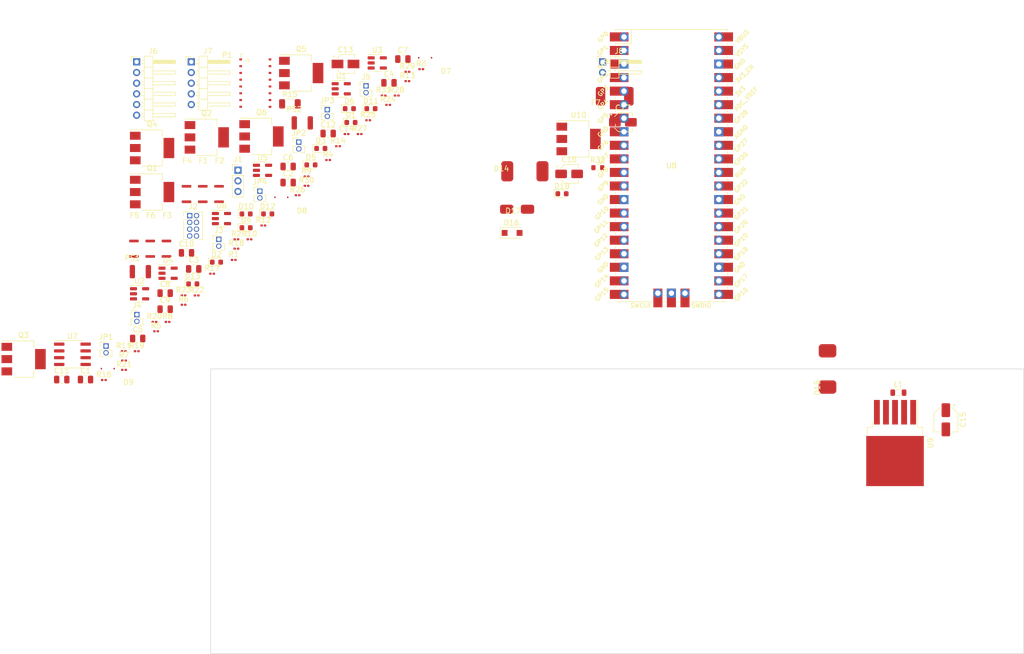
<source format=kicad_pcb>
(kicad_pcb (version 20211014) (generator pcbnew)
  (layers (0 "F.Cu" signal) (31 "B.Cu" signal) (34 "B.Paste" user) (35 "F.Paste" user) (36 "B.SilkS" user "B.Silkscreen") (37 "F.SilkS" user "F.Silkscreen") (38 "B.Mask" user) (39 "F.Mask" user) (44 "Edge.Cuts" user))
  (net 0 "")
  (net 1 "+5V")
  (net 2 "GND")
  (net 3 "Net-(C15-Pad1)")
  (net 4 "+3V3")
  (net 5 "Net-(D1-Pad2)")
  (net 6 "Net-(D2-Pad2)")
  (net 7 "Net-(D3-Pad2)")
  (net 8 "Net-(D4-Pad2)")
  (net 9 "Net-(D5-Pad2)")
  (net 10 "Net-(D6-Pad2)")
  (net 11 "Net-(D7-Pad2)")
  (net 12 "Net-(D8-Pad2)")
  (net 13 "/DIN0")
  (net 14 "Net-(D10-Pad2)")
  (net 15 "/DIN1")
  (net 16 "Net-(D11-Pad2)")
  (net 17 "/DIN2")
  (net 18 "Net-(D12-Pad2)")
  (net 19 "/DIN3")
  (net 20 "Net-(D13-Pad2)")
  (net 21 "+24V")
  (net 22 "Net-(D14-Pad2)")
  (net 23 "VBUS")
  (net 24 "Net-(D18-Pad2)")
  (net 25 "/OUT2")
  (net 26 "Net-(F1-Pad2)")
  (net 27 "/OUT3")
  (net 28 "Net-(F2-Pad2)")
  (net 29 "/OUT4")
  (net 30 "Net-(F3-Pad2)")
  (net 31 "/OUT5")
  (net 32 "Net-(F4-Pad2)")
  (net 33 "/OUT0")
  (net 34 "Net-(F5-Pad2)")
  (net 35 "/OUT1")
  (net 36 "Net-(F6-Pad2)")
  (net 37 "Net-(J1-Pad1)")
  (net 38 "Net-(J1-Pad2)")
  (net 39 "Net-(J1-Pad3)")
  (net 40 "/GPIO0")
  (net 41 "/GPIO1")
  (net 42 "/GPIO2")
  (net 43 "/GPIO3")
  (net 44 "/GPIO4")
  (net 45 "/GPIO5")
  (net 46 "/GPIO6")
  (net 47 "/GPIO7")
  (net 48 "/IN0")
  (net 49 "/IN1")
  (net 50 "/IN2")
  (net 51 "/IN3")
  (net 52 "/COM")
  (net 53 "Net-(JP1-Pad1)")
  (net 54 "/RS485_DIR")
  (net 55 "Net-(JP2-Pad2)")
  (net 56 "Net-(JP3-Pad1)")
  (net 57 "Net-(JP4-Pad1)")
  (net 58 "Net-(D15-Pad)")
  (net 59 "Net-(P1-Pad1)")
  (net 60 "Net-(P1-Pad3)")
  (net 61 "Net-(P1-Pad5)")
  (net 62 "Net-(P1-Pad7)")
  (net 63 "Net-(Q1-Pad1)")
  (net 64 "Net-(Q2-Pad1)")
  (net 65 "Net-(Q3-Pad1)")
  (net 66 "Net-(Q4-Pad1)")
  (net 67 "Net-(Q5-Pad1)")
  (net 68 "Net-(Q6-Pad1)")
  (net 69 "/RS485_TX")
  (net 71 "/DOUT2")
  (net 73 "/DOUT3")
  (net 75 "/DOUT4")
  (net 78 "/DOUT0")
  (net 80 "/DOUT1")
  (net 81 "/RS485_RX")
  (net 83 "/DOUT5")
  (footprint "Package_SO:SOIC-8_3.9x4.9mm_P1.27mm" (layer "F.Cu") (at 50.295 75.995)
    (fp_text reference "U7" (at 0 -3.4) (layer "F.SilkS"))
    (fp_text value "MAX3072E")
    (pad "1" smd roundrect (at -2.475 -1.905) (size 1.95 0.6) (layers "F.Cu" "F.Paste" "F.Mask") (net 81 "/RS485_RX"))
    (pad "2" smd roundrect (at -2.475 -0.635) (size 1.95 0.6) (layers "F.Cu" "F.Paste" "F.Mask") (net 53 "Net-(JP1-Pad1)"))
    (pad "3" smd roundrect (at -2.475 0.635) (size 1.95 0.6) (layers "F.Cu" "F.Paste" "F.Mask") (net 54 "/RS485_DIR"))
    (pad "4" smd roundrect (at -2.475 1.905) (size 1.95 0.6) (layers "F.Cu" "F.Paste" "F.Mask") (net 69 "/RS485_TX"))
    (pad "5" smd roundrect (at 2.475 1.905) (size 1.95 0.6) (layers "F.Cu" "F.Paste" "F.Mask") (net 2 "GND"))
    (pad "6" smd roundrect (at 2.475 0.635) (size 1.95 0.6) (layers "F.Cu" "F.Paste" "F.Mask") (net 11 "Net-(D7-Pad2)"))
    (pad "7" smd roundrect (at 2.475 -0.635) (size 1.95 0.6) (layers "F.Cu" "F.Paste" "F.Mask") (net 12 "Net-(D8-Pad2)"))
    (pad "8" smd roundrect (at 2.475 -1.905) (size 1.95 0.6) (layers "F.Cu" "F.Paste" "F.Mask") (net 1 "+5V"))
  )
  (footprint "Package_TO_SOT_SMD:SOT-223" (layer "F.Cu") (at 41.145 76.895)
    (fp_text reference "Q3" (at 0 -4.5) (layer "F.SilkS"))
    (fp_text value "FQT13N06L")
    (pad "1" smd rect (at -3.15 -2.3) (size 2 1.5) (layers "F.Cu" "F.Paste" "F.Mask") (net 65 "Net-(Q3-Pad1)"))
    (pad "2" smd rect (at -3.15 0) (size 2 1.5) (layers "F.Cu" "F.Paste" "F.Mask") (net 2 "GND"))
    (pad "3" smd rect (at -3.15 2.3) (size 2 1.5) (layers "F.Cu" "F.Paste" "F.Mask") (net 30 "Net-(F3-Pad2)"))
    (pad "4" smd rect (at 3.15 0) (size 2 3.8) (layers "F.Cu" "F.Paste" "F.Mask"))
  )
  (footprint "Resistor_SMD:R_0201_0603Metric" (layer "F.Cu") (at 98.225 39.585)
    (fp_text reference "R4" (at 0 -1.05) (layer "F.SilkS"))
    (fp_text value "330")
    (pad "1" smd roundrect (at -0.32 0) (size 0.46 0.4) (layers "F.Cu" "F.Mask") (net 8 "Net-(D4-Pad2)"))
    (pad "2" smd roundrect (at 0.32 0) (size 0.46 0.4) (layers "F.Cu" "F.Mask") (net 66 "Net-(Q4-Pad1)"))
  )
  (footprint "Connector_PinHeader_1.27mm:PinHeader_1x02_P1.27mm_Vertical" (layer "F.Cu") (at 105.325 25.685)
    (fp_text reference "J5" (at 0 -1.695) (layer "F.SilkS"))
    (fp_text value "Conn_02x01")
    (pad "1" thru_hole rect (at 0 0) (size 1 1) (drill 0.65) (layers *.Cu *.Mask) (net 4 "+3V3"))
    (pad "2" thru_hole oval (at 0 1.27) (size 1 1) (drill 0.65) (layers *.Cu *.Mask) (net 4 "+3V3"))
  )
  (footprint "piaalib:USMF020" (layer "F.Cu") (at 91.875 32.625)
    (fp_text reference "PS2" (at 0 -2.54 unlocked) (layer "F.SilkS"))
    (fp_text value "USMF020")
    (pad "1" smd roundrect (at 0 0) (size 1 2.5) (layers "F.Cu" "F.Paste" "F.Mask"))
    (pad "2" smd roundrect (at 3 0) (size 1 2.5) (layers "F.Cu" "F.Paste" "F.Mask"))
  )
  (footprint "Resistor_SMD:R_0201_0603Metric" (layer "F.Cu") (at 94.175 44.415)
    (fp_text reference "R30" (at 0 -1.05) (layer "F.SilkS"))
    (fp_text value "4.7k")
    (pad "1" smd roundrect (at -0.32 0) (size 0.46 0.4) (layers "F.Cu" "F.Mask") (net 50 "/IN2"))
    (pad "2" smd roundrect (at 0.32 0) (size 0.46 0.4) (layers "F.Cu" "F.Mask") (net 52 "/COM"))
  )
  (footprint "piaalib:PTS12066V100" (layer "F.Cu") (at 61.925 50.46)
    (fp_text reference "F5" (at 0 -0.5 unlocked) (layer "F.SilkS"))
    (fp_text value "PTS12066V100")
    (pad "1" smd roundrect (at -0.1 4.3) (size 1.8 0.5) (layers "F.Cu" "F.Paste" "F.Mask") (net 33 "/OUT0"))
    (pad "2" smd roundrect (at -0.1 7.2) (size 1.8 0.5) (layers "F.Cu" "F.Paste" "F.Mask") (net 34 "Net-(F5-Pad2)"))
  )
  (footprint "Resistor_SMD:R_0201_0603Metric" (layer "F.Cu") (at 108.625 27.495)
    (fp_text reference "R31" (at 0 -1.05) (layer "F.SilkS"))
    (fp_text value "4.7k")
    (pad "1" smd roundrect (at -0.32 0) (size 0.46 0.4) (layers "F.Cu" "F.Mask") (net 51 "/IN3"))
    (pad "2" smd roundrect (at 0.32 0) (size 0.46 0.4) (layers "F.Cu" "F.Mask") (net 52 "/COM"))
  )
  (footprint "Capacitor_SMD:CP_Elec_3x5.3" (layer "F.Cu") (at 101.475 21.585)
    (fp_text reference "C13" (at 0 -2.7) (layer "F.SilkS"))
    (fp_text value "10uF/6V3")
    (pad "1" smd rect (at -1.5 0) (size 2.2 1.6) (layers "F.Cu" "F.Paste" "F.Mask") (net 1 "+5V"))
    (pad "2" smd rect (at 1.5 0) (size 2.2 1.6) (layers "F.Cu" "F.Paste" "F.Mask") (net 2 "GND"))
  )
  (footprint "LED_SMD:LED_0603_1608Metric" (layer "F.Cu") (at 94.995 40.495)
    (fp_text reference "D5" (at 0 -1.43) (layer "F.SilkS"))
    (fp_text value "LED RED")
    (pad "1" smd roundrect (at -0.7875 0) (size 0.875 0.95) (layers "F.Cu" "F.Paste" "F.Mask") (net 2 "GND"))
    (pad "2" smd roundrect (at 0.7875 0) (size 0.875 0.95) (layers "F.Cu" "F.Paste" "F.Mask") (net 9 "Net-(D5-Pad2)"))
  )
  (footprint "Capacitor_SMD:CP_Elec_3x5.4" (layer "F.Cu") (at 143.385 42.185)
    (fp_text reference "C16" (at 0 -2.7) (layer "F.SilkS"))
    (fp_text value "330uF")
    (pad "1" smd roundrect (at -1.5 0) (size 2.2 1.6) (layers "F.Cu" "F.Paste" "F.Mask") (roundrect_rratio 0.15625) (net 1 "+5V"))
    (pad "2" smd roundrect (at 1.5 0) (size 2.2 1.6) (layers "F.Cu" "F.Paste" "F.Mask") (roundrect_rratio 0.15625) (net 2 "GND"))
  )
  (footprint "Resistor_SMD:R_0201_0603Metric" (layer "F.Cu") (at 81.025 56.195)
    (fp_text reference "R18" (at 0 -1.05) (layer "F.SilkS"))
    (fp_text value "2.2k")
    (pad "1" smd roundrect (at -0.32 0) (size 0.46 0.4) (layers "F.Cu" "F.Mask") (net 4 "+3V3"))
    (pad "2" smd roundrect (at 0.32 0) (size 0.46 0.4) (layers "F.Cu" "F.Mask") (net 16 "Net-(D11-Pad2)"))
  )
  (footprint "Resistor_SMD:R_0201_0603Metric" (layer "F.Cu") (at 59.965 77.165)
    (fp_text reference "R7" (at 0 -1.05) (layer "F.SilkS"))
    (fp_text value "4k7")
    (pad "1" smd roundrect (at -0.32 0) (size 0.46 0.4) (layers "F.Cu" "F.Mask") (net 69 "/RS485_TX"))
    (pad "2" smd roundrect (at 0.32 0) (size 0.46 0.4) (layers "F.Cu" "F.Mask") (net 1 "+5V"))
  )
  (footprint "Connector_PinHeader_1.27mm:PinHeader_1x02_P1.27mm_Vertical" (layer "F.Cu") (at 56.595 74.445)
    (fp_text reference "JP1" (at 0 -1.695) (layer "F.SilkS"))
    (fp_text value "jumper")
    (pad "1" thru_hole rect (at 0 0) (size 1 1) (drill 0.65) (layers *.Cu *.Mask) (net 53 "Net-(JP1-Pad1)"))
    (pad "2" thru_hole oval (at 0 1.27) (size 1 1) (drill 0.65) (layers *.Cu *.Mask) (net 54 "/RS485_DIR"))
  )
  (footprint "LED_SMD:LED_0603_1608Metric" (layer "F.Cu") (at 72.845 62.795)
    (fp_text reference "D13" (at 0 -1.43) (layer "F.SilkS"))
    (fp_text value "LED YL")
    (pad "1" smd roundrect (at -0.7875 0) (size 0.875 0.95) (layers "F.Cu" "F.Paste" "F.Mask") (net 19 "/DIN3"))
    (pad "2" smd roundrect (at 0.7875 0) (size 0.875 0.95) (layers "F.Cu" "F.Paste" "F.Mask") (net 20 "Net-(D13-Pad2)"))
  )
  (footprint "Package_TO_SOT_SMD:SOT-23-5" (layer "F.Cu") (at 107.425 21.385)
    (fp_text reference "U3" (at 0 -2.4) (layer "F.SilkS"))
    (fp_text value "MCP1416")
    (pad "1" smd roundrect (at -1.1375 -0.95) (size 1.325 0.6) (layers "F.Cu" "F.Paste" "F.Mask"))
    (pad "2" smd roundrect (at -1.1375 0) (size 1.325 0.6) (layers "F.Cu" "F.Paste" "F.Mask") (net 1 "+5V"))
    (pad "3" smd roundrect (at -1.1375 0.95) (size 1.325 0.6) (layers "F.Cu" "F.Paste" "F.Mask") (net 75 "/DOUT4"))
    (pad "4" smd roundrect (at 1.1375 0.95) (size 1.325 0.6) (layers "F.Cu" "F.Paste" "F.Mask") (net 2 "GND"))
    (pad "5" smd roundrect (at 1.1375 -0.95) (size 1.325 0.6) (layers "F.Cu" "F.Paste" "F.Mask") (net 65 "Net-(Q3-Pad1)"))
  )
  (footprint "Resistor_SMD:R_0603_1608Metric" (layer "F.Cu") (at 148.765 41.015)
    (fp_text reference "R32" (at 0 -1.43) (layer "F.SilkS"))
    (fp_text value "1k")
    (pad "1" smd roundrect (at -0.825 0) (size 0.8 0.95) (layers "F.Cu" "F.Paste" "F.Mask") (net 1 "+5V"))
    (pad "2" smd roundrect (at 0.825 0) (size 0.8 0.95) (layers "F.Cu" "F.Paste" "F.Mask") (net 24 "Net-(D18-Pad2)"))
  )
  (footprint "Resistor_SMD:R_0201_0603Metric" (layer "F.Cu") (at 65.975 71.675)
    (fp_text reference "R5" (at 0 -1.05) (layer "F.SilkS"))
    (fp_text value "330")
    (pad "1" smd roundrect (at -0.32 0) (size 0.46 0.4) (layers "F.Cu" "F.Mask") (net 9 "Net-(D5-Pad2)"))
    (pad "2" smd roundrect (at 0.32 0) (size 0.46 0.4) (layers "F.Cu" "F.Mask") (net 67 "Net-(Q5-Pad1)"))
  )
  (footprint "Resistor_SMD:R_0201_0603Metric" (layer "F.Cu") (at 105.725 32.125)
    (fp_text reference "R25" (at 0 -1.05) (layer "F.SilkS"))
    (fp_text value "3.3k")
    (pad "1" smd roundrect (at -0.32 0) (size 0.46 0.4) (layers "F.Cu" "F.Mask") (net 60 "Net-(P1-Pad3)"))
    (pad "2" smd roundrect (at 0.32 0) (size 0.46 0.4) (layers "F.Cu" "F.Mask") (net 49 "/IN1"))
  )
  (footprint "Inductor_SMD:L_0805_2012Metric" (layer "F.Cu") (at 205.105 83.185)
    (fp_text reference "L1" (at 0 -1.55) (layer "F.SilkS"))
    (fp_text value "47uH")
    (pad "1" smd roundrect (at -1.0625 0) (size 0.875 1.2) (layers "F.Cu" "F.Paste" "F.Mask") (net 1 "+5V"))
    (pad "2" smd roundrect (at 1.0625 0) (size 0.875 1.2) (layers "F.Cu" "F.Paste" "F.Mask") (net 58 "Net-(D15-Pad)"))
  )
  (footprint "Resistor_SMD:R_0201_0603Metric" (layer "F.Cu") (at 104.125 34.715)
    (fp_text reference "R27" (at 0 -1.05) (layer "F.SilkS"))
    (fp_text value "3.3k")
    (pad "1" smd roundrect (at -0.32 0) (size 0.46 0.4) (layers "F.Cu" "F.Mask") (net 62 "Net-(P1-Pad7)"))
    (pad "2" smd roundrect (at 0.32 0) (size 0.46 0.4) (layers "F.Cu" "F.Mask") (net 51 "/IN3"))
  )
  (footprint "Package_TO_SOT_SMD:SOT-223" (layer "F.Cu") (at 75.475 35.335)
    (fp_text reference "Q2" (at 0 -4.5) (layer "F.SilkS"))
    (fp_text value "FQT13N06L")
    (pad "1" smd rect (at -3.15 -2.3) (size 2 1.5) (layers "F.Cu" "F.Paste" "F.Mask") (net 64 "Net-(Q2-Pad1)"))
    (pad "2" smd rect (at -3.15 0) (size 2 1.5) (layers "F.Cu" "F.Paste" "F.Mask") (net 2 "GND"))
    (pad "3" smd rect (at -3.15 2.3) (size 2 1.5) (layers "F.Cu" "F.Paste" "F.Mask") (net 28 "Net-(F2-Pad2)"))
    (pad "4" smd rect (at 3.15 0) (size 2 3.8) (layers "F.Cu" "F.Paste" "F.Mask"))
  )
  (footprint "Package_TO_SOT_SMD:SOT-23-5" (layer "F.Cu") (at 100.675 26.235)
    (fp_text reference "U1" (at 0 -2.4) (layer "F.SilkS"))
    (fp_text value "MCP1416")
    (pad "1" smd roundrect (at -1.1375 -0.95) (size 1.325 0.6) (layers "F.Cu" "F.Paste" "F.Mask"))
    (pad "2" smd roundrect (at -1.1375 0) (size 1.325 0.6) (layers "F.Cu" "F.Paste" "F.Mask") (net 1 "+5V"))
    (pad "3" smd roundrect (at -1.1375 0.95) (size 1.325 0.6) (layers "F.Cu" "F.Paste" "F.Mask") (net 71 "/DOUT2"))
    (pad "4" smd roundrect (at 1.1375 0.95) (size 1.325 0.6) (layers "F.Cu" "F.Paste" "F.Mask") (net 2 "GND"))
    (pad "5" smd roundrect (at 1.1375 -0.95) (size 1.325 0.6) (layers "F.Cu" "F.Paste" "F.Mask") (net 63 "Net-(Q1-Pad1)"))
  )
  (footprint "Capacitor_SMD:C_0805_2012Metric" (layer "F.Cu") (at 48.295 80.725)
    (fp_text reference "C11" (at 0 -1.68) (layer "F.SilkS"))
    (fp_text value "100nF")
    (pad "1" smd roundrect (at -0.95 0) (size 1 1.45) (layers "F.Cu" "F.Paste" "F.Mask") (net 1 "+5V"))
    (pad "2" smd roundrect (at 0.95 0) (size 1 1.45) (layers "F.Cu" "F.Paste" "F.Mask") (net 2 "GND"))
  )
  (footprint "piaalib:SOD-323" (layer "F.Cu") (at 88.25 46.57)
    (fp_text reference "D8" (at 5.08 2.54 unlocked) (layer "F.SilkS"))
    (fp_text value "PSD12C")
    (pad "1" smd roundrect (at 0 0) (size 0.25 0.3) (layers "F.Cu" "F.Paste" "F.Mask") (net 11 "Net-(D7-Pad2)"))
    (pad "2" smd roundrect (at 2.4 0) (size 0.25 0.3) (layers "F.Cu" "F.Paste" "F.Mask") (net 12 "Net-(D8-Pad2)"))
  )
  (footprint "Resistor_SMD:R_0201_0603Metric" (layer "F.Cu") (at 113.075 24.795)
    (fp_text reference "R13" (at 0 -1.05) (layer "F.SilkS"))
    (fp_text value "120")
    (pad "1" smd roundrect (at -0.32 0) (size 0.46 0.4) (layers "F.Cu" "F.Mask") (net 12 "Net-(D8-Pad2)"))
    (pad "2" smd roundrect (at 0.32 0) (size 0.46 0.4) (layers "F.Cu" "F.Mask") (net 56 "Net-(JP3-Pad1)"))
  )
  (footprint "Resistor_SMD:R_0201_0603Metric" (layer "F.Cu") (at 80.525 58.305)
    (fp_text reference "R1" (at 0 -1.05) (layer "F.SilkS"))
    (fp_text value "330")
    (pad "1" smd roundrect (at -0.32 0) (size 0.46 0.4) (layers "F.Cu" "F.Mask") (net 5 "Net-(D1-Pad2)"))
    (pad "2" smd roundrect (at 0.32 0) (size 0.46 0.4) (layers "F.Cu" "F.Mask") (net 63 "Net-(Q1-Pad1)"))
  )
  (footprint "Connector_PinHeader_1.27mm:PinHeader_1x02_P1.27mm_Vertical" (layer "F.Cu") (at 62.375 68.555)
    (fp_text reference "J4" (at 0 -1.695) (layer "F.SilkS"))
    (fp_text value "Conn_02x01")
    (pad "1" thru_hole rect (at 0 0) (size 1 1) (drill 0.65) (layers *.Cu *.Mask) (net 1 "+5V"))
    (pad "2" thru_hole oval (at 0 1.27) (size 1 1) (drill 0.65) (layers *.Cu *.Mask) (net 1 "+5V"))
  )
  (footprint "Resistor_SMD:R_0201_0603Metric" (layer "F.Cu") (at 59.895 75.415)
    (fp_text reference "R11" (at 0 -1.05) (layer "F.SilkS"))
    (fp_text value "100k")
    (pad "1" smd roundrect (at -0.32 0) (size 0.46 0.4) (layers "F.Cu" "F.Mask") (net 11 "Net-(D7-Pad2)"))
    (pad "2" smd roundrect (at 0.32 0) (size 0.46 0.4) (layers "F.Cu" "F.Mask") (net 1 "+5V"))
  )
  (footprint "LED_SMD:LED_0603_1608Metric" (layer "F.Cu") (at 86.895 49.685)
    (fp_text reference "D12" (at 0 -1.43) (layer "F.SilkS"))
    (fp_text value "LED YL")
    (pad "1" smd roundrect (at -0.7875 0) (size 0.875 0.95) (layers "F.Cu" "F.Paste" "F.Mask") (net 17 "/DIN2"))
    (pad "2" smd roundrect (at 0.7875 0) (size 0.875 0.95) (layers "F.Cu" "F.Paste" "F.Mask") (net 18 "Net-(D12-Pad2)"))
  )
  (footprint "Capacitor_SMD:C_0805_2012Metric" (layer "F.Cu") (at 62.525 73.035)
    (fp_text reference "C5" (at 0 -1.68) (layer "F.SilkS"))
    (fp_text value "1uF")
    (pad "1" smd roundrect (at -0.95 0) (size 1 1.45) (layers "F.Cu" "F.Paste" "F.Mask") (net 1 "+5V"))
    (pad "2" smd roundrect (at 0.95 0) (size 1 1.45) (layers "F.Cu" "F.Paste" "F.Mask") (net 2 "GND"))
  )
  (footprint "Capacitor_SMD:C_0805_2012Metric" (layer "F.Cu") (at 67.675 67.545)
    (fp_text reference "C9" (at 0 -1.68) (layer "F.SilkS"))
    (fp_text value "100nF")
    (pad "1" smd roundrect (at -0.95 0) (size 1 1.45) (layers "F.Cu" "F.Paste" "F.Mask") (net 1 "+5V"))
    (pad "2" smd roundrect (at 0.95 0) (size 1 1.45) (layers "F.Cu" "F.Paste" "F.Mask") (net 2 "GND"))
  )
  (footprint "Resistor_SMD:R_0201_0603Metric" (layer "F.Cu") (at 71.125 64.965)
    (fp_text reference "R23" (at 0 -1.05) (layer "F.SilkS"))
    (fp_text value "100k")
    (pad "1" smd roundrect (at -0.32 0) (size 0.46 0.4) (layers "F.Cu" "F.Mask") (net 4 "+3V3"))
    (pad "2" smd roundrect (at 0.32 0) (size 0.46 0.4) (layers "F.Cu" "F.Mask") (net 19 "/DIN3"))
  )
  (footprint "Resistor_SMD:R_1206_3216Metric" (layer "F.Cu") (at 91.055 29.055)
    (fp_text reference "R15" (at 0 -1.82) (layer "F.SilkS"))
    (fp_text value "100 @ 1/2W")
    (pad "1" smd roundrect (at -1.4625 0) (size 1.125 1.75) (layers "F.Cu" "F.Paste" "F.Mask") (roundrect_rratio 0.222222) (net 2 "GND"))
    (pad "2" smd roundrect (at 1.4625 0) (size 1.125 1.75) (layers "F.Cu" "F.Paste" "F.Mask") (roundrect_rratio 0.222222) (net 39 "Net-(J1-Pad3)"))
  )
  (footprint "piaalib:PTS12066V100" (layer "F.Cu") (at 68.025 50.46)
    (fp_text reference "F3" (at 0 -0.5 unlocked) (layer "F.SilkS"))
    (fp_text value "PTS12066V100")
    (pad "1" smd roundrect (at -0.1 4.3) (size 1.8 0.5) (layers "F.Cu" "F.Paste" "F.Mask") (net 29 "/OUT4"))
    (pad "2" smd roundrect (at -0.1 7.2) (size 1.8 0.5) (layers "F.Cu" "F.Paste" "F.Mask") (net 30 "Net-(F3-Pad2)"))
  )
  (footprint "Capacitor_SMD:CP_Elec_4x3" (layer "F.Cu") (at 213.995 88.265 -90)
    (fp_text reference "C15" (at 0 -3.2 90) (layer "F.SilkS"))
    (fp_text value "470uF")
    (pad "1" smd roundrect (at -1.8 0 270) (size 2.6 1.6) (layers "F.Cu" "F.Paste" "F.Mask") (roundrect_rratio 0.15625) (net 3 "Net-(C15-Pad1)"))
    (pad "2" smd roundrect (at 1.8 0 270) (size 2.6 1.6) (layers "F.Cu" "F.Paste" "F.Mask") (roundrect_rratio 0.15625) (net 2 "GND"))
  )
  (footprint "piaalib:PTS12066V100" (layer "F.Cu") (at 64.975 50.46)
    (fp_text reference "F6" (at 0 -0.5 unlocked) (layer "F.SilkS"))
    (fp_text value "PTS12066V100")
    (pad "1" smd roundrect (at -0.1 4.3) (size 1.8 0.5) (layers "F.Cu" "F.Paste" "F.Mask") (net 35 "/OUT1"))
    (pad "2" smd roundrect (at -0.1 7.2) (size 1.8 0.5) (layers "F.Cu" "F.Paste" "F.Mask") (net 36 "Net-(F6-Pad2)"))
  )
  (footprint "Resistor_SMD:R_0201_0603Metric" (layer "F.Cu") (at 86.075 51.855)
    (fp_text reference "R12" (at 0 -1.05) (layer "F.SilkS"))
    (fp_text value "680")
    (pad "1" smd roundrect (at -0.32 0) (size 0.46 0.4) (layers "F.Cu" "F.Mask") (net 55 "Net-(JP2-Pad2)"))
    (pad "2" smd roundrect (at 0.32 0) (size 0.46 0.4) (layers "F.Cu" "F.Mask") (net 1 "+5V"))
  )
  (footprint "Connector_PinHeader_2.00mm:PinHeader_1x02_P2.00mm_Horizontal" (layer "F.Cu") (at 149.655 21.185)
    (fp_text reference "J8" (at 3.1 -2) (layer "F.SilkS"))
    (fp_text value "Screw_Terminal_01x02")
    (pad "1" thru_hole rect (at 0 0) (size 1.35 1.35) (drill 0.8) (layers *.Cu *.Mask) (net 21 "+24V"))
    (pad "2" thru_hole oval (at 0 2) (size 1.35 1.35) (drill 0.8) (layers *.Cu *.Mask) (net 2 "GND"))
  )
  (footprint "Capacitor_SMD:C_0805_2012Metric" (layer "F.Cu") (at 73.025 59.995)
    (fp_text reference "C3" (at 0 -1.68) (layer "F.SilkS"))
    (fp_text value "1uF")
    (pad "1" smd roundrect (at -0.95 0) (size 1 1.45) (layers "F.Cu" "F.Paste" "F.Mask") (net 1 "+5V"))
    (pad "2" smd roundrect (at 0.95 0) (size 1 1.45) (layers "F.Cu" "F.Paste" "F.Mask") (net 2 "GND"))
  )
  (footprint "LED_SMD:LED_0603_1608Metric" (layer "F.Cu") (at 102.195 29.955)
    (fp_text reference "D6" (at 0 -1.43) (layer "F.SilkS"))
    (fp_text value "LED RED")
    (pad "1" smd roundrect (at -0.7875 0) (size 0.875 0.95) (layers "F.Cu" "F.Paste" "F.Mask") (net 2 "GND"))
    (pad "2" smd roundrect (at 0.7875 0) (size 0.875 0.95) (layers "F.Cu" "F.Paste" "F.Mask") (net 10 "Net-(D6-Pad2)"))
  )
  (footprint "Capacitor_SMD:C_0805_2012Metric" (layer "F.Cu") (at 67.675 64.535)
    (fp_text reference "C8" (at 0 -1.68) (layer "F.SilkS"))
    (fp_text value "100nF")
    (pad "1" smd roundrect (at -0.95 0) (size 1 1.45) (layers "F.Cu" "F.Paste" "F.Mask") (net 1 "+5V"))
    (pad "2" smd roundrect (at 0.95 0) (size 1 1.45) (layers "F.Cu" "F.Paste" "F.Mask") (net 2 "GND"))
  )
  (footprint "piaalib:SOD-323" (layer "F.Cu") (at 115.2 20.42)
    (fp_text reference "D7" (at 5.08 2.54 unlocked) (layer "F.SilkS"))
    (fp_text value "PSD12C")
    (pad "1" smd roundrect (at 0 0) (size 0.25 0.3) (layers "F.Cu" "F.Paste" "F.Mask") (net 1 "+5V"))
    (pad "2" smd roundrect (at 2.4 0) (size 0.25 0.3) (layers "F.Cu" "F.Paste" "F.Mask") (net 11 "Net-(D7-Pad2)"))
  )
  (footprint "MCU_RaspberryPi_and_Boards:RPi_Pico_SMD_TH" (layer "F.Cu") (at 162.56 40.64)
    (fp_text reference "U8" (at 0 0) (layer "F.SilkS"))
    (fp_text value "Pico")
    (fp_text user "GP13" (at -13.054 16.51 45) (layer "F.SilkS") (effects (font (size 0.8 0.8))))
    (fp_text user "ADC_VREF" (at 14 -12.5 45) (layer "F.SilkS") (effects (font (size 0.8 0.8))))
    (fp_text user "3V3_EN" (at 13.7 -17.2 45) (layer "F.SilkS") (effects (font (size 0.8 0.8))))
    (fp_text user "GP9" (at -12.8 3.81 45) (layer "F.SilkS") (effects (font (size 0.8 0.8))))
    (fp_text user "GP14" (at -13.1 21.59 45) (layer "F.SilkS") (effects (font (size 0.8 0.8))))
    (fp_text user "GP27" (at 13.054 -3.8 45) (layer "F.SilkS") (effects (font (size 0.8 0.8))))
    (fp_text user "VBUS" (at 13.3 -24.2 45) (layer "F.SilkS") (effects (font (size 0.8 0.8))))
    (fp_text user "GP19" (at 13.054 13.97 45) (layer "F.SilkS") (effects (font (size 0.8 0.8))))
    (fp_text user "GP26" (at 13.054 -1.27 45) (layer "F.SilkS") (effects (font (size 0.8 0.8))))
    (fp_text user "SWCLK" (at -5.7 26.2) (layer "F.SilkS") (effects (font (size 0.8 0.8))))
    (fp_text user "GP17" (at 13.054 21.59 45) (layer "F.SilkS") (effects (font (size 0.8 0.8))))
    (fp_text user "GP20" (at 13.054 11.43 45) (layer "F.SilkS") (effects (font (size 0.8 0.8))))
    (fp_text user "GND" (at 12.8 6.35 45) (layer "F.SilkS") (effects (font (size 0.8 0.8))))
    (fp_text user "GP6" (at -12.8 -3.81 45) (layer "F.SilkS") (effects (font (size 0.8 0.8))))
    (fp_text user "GP28" (at 13.054 -9.144 45) (layer "F.SilkS") (effects (font (size 0.8 0.8))))
    (fp_text user "3V3" (at 12.9 -13.9 45) (layer "F.SilkS") (effects (font (size 0.8 0.8))))
    (fp_text user "GP7" (at -12.7 -1.3 45) (layer "F.SilkS") (effects (font (size 0.8 0.8))))
    (fp_text user "GP5" (at -12.8 -8.89 45) (layer "F.SilkS") (effects (font (size 0.8 0.8))))
    (fp_text user "GP21" (at 13.054 8.9 45) (layer "F.SilkS") (effects (font (size 0.8 0.8))))
    (fp_text user "GP10" (at -13.054 8.89 45) (layer "F.SilkS") (effects (font (size 0.8 0.8))))
    (fp_text user "GP8" (at -12.8 1.27 45) (layer "F.SilkS") (effects (font (size 0.8 0.8))))
    (fp_text user "GND" (at -12.8 19.05 45) (layer "F.SilkS") (effects (font (size 0.8 0.8))))
    (fp_text user "GND" (at 12.8 -19.05 45) (layer "F.SilkS") (effects (font (size 0.8 0.8))))
    (fp_text user "GND" (at -12.8 -6.35 45) (layer "F.SilkS") (effects (font (size 0.8 0.8))))
    (fp_text user "GP1" (at -12.9 -21.6 45) (layer "F.SilkS") (effects (font (size 0.8 0.8))))
    (fp_text user "GP3" (at -12.8 -13.97 45) (layer "F.SilkS") (effects (font (size 0.8 0.8))))
    (fp_text user "GND" (at -12.8 -19.05 45) (layer "F.SilkS") (effects (font (size 0.8 0.8))))
    (fp_text user "AGND" (at 13.054 -6.35 45) (layer "F.SilkS") (effects (font (size 0.8 0.8))))
    (fp_text user "RUN" (at 13 1.27 45) (layer "F.SilkS") (effects (font (size 0.8 0.8))))
    (fp_text user "GND" (at 12.8 19.05 45) (layer "F.SilkS") (effects (font (size 0.8 0.8))))
    (fp_text user "GP0" (at -12.8 -24.13 45) (layer "F.SilkS") (effects (font (size 0.8 0.8))))
    (fp_text user "GP22" (at 13.054 3.81 45) (layer "F.SilkS") (effects (font (size 0.8 0.8))))
    (fp_text user "GP15" (at -13.054 24.13 45) (layer "F.SilkS") (effects (font (size 0.8 0.8))))
    (fp_text user "VSYS" (at 13.2 -21.59 45) (layer "F.SilkS") (effects (font (size 0.8 0.8))))
    (fp_text user "GP11" (at -13.2 11.43 45) (layer "F.SilkS") (effects (font (size 0.8 0.8))))
    (fp_text user "GP12" (at -13.2 13.97 45) (layer "F.SilkS") (effects (font (size 0.8 0.8))))
    (fp_text user "GP4" (at -12.8 -11.43 45) (layer "F.SilkS") (effects (font (size 0.8 0.8))))
    (fp_text user "GND" (at -12.8 6.35 45) (layer "F.SilkS") (effects (font (size 0.8 0.8))))
    (fp_text user "GP18" (at 13.054 16.51 45) (layer "F.SilkS") (effects (font (size 0.8 0.8))))
    (fp_text user "GP16" (at 13.054 24.13 45) (layer "F.SilkS") (effects (font (size 0.8 0.8))))
    (fp_text user "GP2" (at -12.9 -16.51 45) (layer "F.SilkS") (effects (font (size 0.8 0.8))))
    (fp_text user "SWDIO" (at 5.6 26.2) (layer "F.SilkS") (effects (font (size 0.8 0.8))))
    (pad "" np_thru_hole oval (at 2.425 -20.97) (size 1.5 1.5) (drill 1.5) (layers *.Cu *.Mask))
    (pad "" np_thru_hole oval (at -2.425 -20.97) (size 1.5 1.5) (drill 1.5) (layers *.Cu *.Mask))
    (pad "" np_thru_hole oval (at -2.725 -24) (size 1.8 1.8) (drill 1.8) (layers *.Cu *.Mask))
    (pad "" np_thru_hole oval (at 2.725 -24) (size 1.8 1.8) (drill 1.8) (layers *.Cu *.Mask))
    (pad "1" thru_hole oval (at -8.89 -24.13) (size 1.7 1.7) (drill 1.02) (layers *.Cu *.Mask) (net 40 "/GPIO0"))
    (pad "1" smd rect (at -8.89 -24.13) (size 3.5 1.7) (drill (offset -0.9 0)) (layers "F.Cu" "F.Mask") (net 40 "/GPIO0"))
    (pad "2" thru_hole oval (at -8.89 -21.59) (size 1.7 1.7) (drill 1.02) (layers *.Cu *.Mask) (net 41 "/GPIO1"))
    (pad "2" smd rect (at -8.89 -21.59) (size 3.5 1.7) (drill (offset -0.9 0)) (layers "F.Cu" "F.Mask") (net 41 "/GPIO1"))
    (pad "3" smd rect (at -8.89 -19.05) (size 3.5 1.7) (drill (offset -0.9 0)) (layers "F.Cu" "F.Mask") (net 2 "GND"))
    (pad "3" thru_hole rect (at -8.89 -19.05) (size 1.7 1.7) (drill 1.02) (layers *.Cu *.Mask) (net 2 "GND"))
    (pad "4" thru_hole oval (at -8.89 -16.51) (size 1.7 1.7) (drill 1.02) (layers *.Cu *.Mask) (net 42 "/GPIO2"))
    (pad "4" smd rect (at -8.89 -16.51) (size 3.5 1.7) (drill (offset -0.9 0)) (layers "F.Cu" "F.Mask") (net 42 "/GPIO2"))
    (pad "5" thru_hole oval (at -8.89 -13.97) (size 1.7 1.7) (drill 1.02) (layers *.Cu *.Mask) (net 43 "/GPIO3"))
    (pad "5" smd rect (at -8.89 -13.97) (size 3.5 1.7) (drill (offset -0.9 0)) (layers "F.Cu" "F.Mask") (net 43 "/GPIO3"))
    (pad "6" smd rect (at -8.89 -11.43) (size 3.5 1.7) (drill (offset -0.9 0)) (layers "F.Cu" "F.Mask") (net 44 "/GPIO4"))
    (pad "6" thru_hole oval (at -8.89 -11.43) (size 1.7 1.7) (drill 1.02) (layers *.Cu *.Mask) (net 44 "/GPIO4"))
    (pad "7" smd rect (at -8.89 -8.89) (size 3.5 1.7) (drill (offset -0.9 0)) (layers "F.Cu" "F.Mask") (net 45 "/GPIO5"))
    (pad "7" thru_hole oval (at -8.89 -8.89) (size 1.7 1.7) (drill 1.02) (layers *.Cu *.Mask) (net 45 "/GPIO5"))
    (pad "8" smd rect (at -8.89 -6.35) (size 3.5 1.7) (drill (offset -0.9 0)) (layers "F.Cu" "F.Mask") (net 2 "GND"))
    (pad "8" thru_hole rect (at -8.89 -6.35) (size 1.7 1.7) (drill 1.02) (layers *.Cu *.Mask) (net 2 "GND"))
    (pad "9" smd rect (at -8.89 -3.81) (size 3.5 1.7) (drill (offset -0.9 0)) (layers "F.Cu" "F.Mask") (net 46 "/GPIO6"))
    (pad "9" thru_hole oval (at -8.89 -3.81) (size 1.7 1.7) (drill 1.02) (layers *.Cu *.Mask) (net 46 "/GPIO6"))
    (pad "10" thru_hole oval (at -8.89 -1.27) (size 1.7 1.7) (drill 1.02) (layers *.Cu *.Mask) (net 47 "/GPIO7"))
    (pad "10" smd rect (at -8.89 -1.27) (size 3.5 1.7) (drill (offset -0.9 0)) (layers "F.Cu" "F.Mask") (net 47 "/GPIO7"))
    (pad "11" thru_hole oval (at -8.89 1.27) (size 1.7 1.7) (drill 1.02) (layers *.Cu *.Mask) (net 69 "/RS485_TX"))
    (pad "11" smd rect (at -8.89 1.27) (size 3.5 1.7) (drill (offset -0.9 0)) (layers "F.Cu" "F.Mask") (net 69 "/RS485_TX"))
    (pad "12" thru_hole oval (at -8.89 3.81) (size 1.7 1.7) (drill 1.02) (layers *.Cu *.Mask) (net 81 "/RS485_RX"))
    (pad "12" smd rect (at -8.89 3.81) (size 3.5 1.7) (drill (offset -0.9 0)) (layers "F.Cu" "F.Mask") (net 81 "/RS485_RX"))
    (pad "13" thru_hole rect (at -8.89 6.35) (size 1.7 1.7) (drill 1.02) (layers *.Cu *.Mask) (net 2 "GND"))
    (pad "13" smd rect (at -8.89 6.35) (size 3.5 1.7) (drill (offset -0.9 0)) (layers "F.Cu" "F.Mask") (net 2 "GND"))
    (pad "14" smd rect (at -8.89 8.89) (size 3.5 1.7) (drill (offset -0.9 0)) (layers "F.Cu" "F.Mask") (net 54 "/RS485_DIR"))
    (pad "14" thru_hole oval (at -8.89 8.89) (size 1.7 1.7) (drill 1.02) (layers *.Cu *.Mask) (net 54 "/RS485_DIR"))
    (pad "15" smd rect (at -8.89 11.43) (size 3.5 1.7) (drill (offset -0.9 0)) (layers "F.Cu" "F.Mask"))
    (pad "15" thru_hole oval (at -8.89 11.43) (size 1.7 1.7) (drill 1.02) (layers *.Cu *.Mask))
    (pad "16" smd rect (at -8.89 13.97) (size 3.5 1.7) (drill (offset -0.9 0)) (layers "F.Cu" "F.Mask") (net 13 "/DIN0"))
    (pad "16" thru_hole oval (at -8.89 13.97) (size 1.7 1.7) (drill 1.02) (layers *.Cu *.Mask) (net 13 "/DIN0"))
    (pad "17" thru_hole oval (at -8.89 16.51) (size 1.7 1.7) (drill 1.02) (layers *.Cu *.Mask) (net 15 "/DIN1"))
    (pad "17" smd rect (at -8.89 16.51) (size 3.5 1.7) (drill (offset -0.9 0)) (layers "F.Cu" "F.Mask") (net 15 "/DIN1"))
    (pad "18" thru_hole rect (at -8.89 19.05) (size 1.7 1.7) (drill 1.02) (layers *.Cu *.Mask) (net 2 "GND"))
    (pad "18" smd rect (at -8.89 19.05) (size 3.5 1.7) (drill (offset -0.9 0)) (layers "F.Cu" "F.Mask") (net 2 "GND"))
    (pad "19" thru_hole oval (at -8.89 21.59) (size 1.7 1.7) (drill 1.02) (layers *.Cu *.Mask) (net 17 "/DIN2"))
    (pad "19" smd rect (at -8.89 21.59) (size 3.5 1.7) (drill (offset -0.9 0)) (layers "F.Cu" "F.Mask") (net 17 "/DIN2"))
    (pad "20" smd rect (at -8.89 24.13) (size 3.5 1.7) (drill (offset -0.9 0)) (layers "F.Cu" "F.Mask") (net 19 "/DIN3"))
    (pad "20" thru_hole oval (at -8.89 24.13) (size 1.7 1.7) (drill 1.02) (layers *.Cu *.Mask) (net 19 "/DIN3"))
    (pad "21" thru_hole oval (at 8.89 24.13) (size 1.7 1.7) (drill 1.02) (layers *.Cu *.Mask) (net 78 "/DOUT0"))
    (pad "21" smd rect (at 8.89 24.13) (size 3.5 1.7) (drill (offset 0.9 0)) (layers "F.Cu" "F.Mask") (net 78 "/DOUT0"))
    (pad "22" smd rect (at 8.89 21.59) (size 3.5 1.7) (drill (offset 0.9 0)) (layers "F.Cu" "F.Mask") (net 80 "/DOUT1"))
    (pad "22" thru_hole oval (at 8.89 21.59) (size 1.7 1.7) (drill 1.02) (layers *.Cu *.Mask) (net 80 "/DOUT1"))
    (pad "23" smd rect (at 8.89 19.05) (size 3.5 1.7) (drill (offset 0.9 0)) (layers "F.Cu" "F.Mask") (net 2 "GND"))
    (pad "23" thru_hole rect (at 8.89 19.05) (size 1.7 1.7) (drill 1.02) (layers *.Cu *.Mask) (net 2 "GND"))
    (pad "24" thru_hole oval (at 8.89 16.51) (size 1.7 1.7) (drill 1.02) (layers *.Cu *.Mask) (net 71 "/DOUT2"))
    (pad "24" smd rect (at 8.89 16.51) (size 3.5 1.7) (drill (offset 0.9 0)) (layers "F.Cu" "F.Mask") (net 71 "/DOUT2"))
    (pad "25" thru_hole oval (at 8.89 13.97) (size 1.7 1.7) (drill 1.02) (layers *.Cu *.Mask) (net 73 "/DOUT3"))
    (pad "25" smd rect (at 8.89 13.97) (size 3.5 1.7) (drill (offset 0.9 0)) (layers "F.Cu" "F.Mask") (net 73 "/DOUT3"))
    (pad "26" thru_hole oval (at 8.89 11.43) (size 1.7 1.7) (drill 1.02) (layers *.Cu *.Mask) (net 75 "/DOUT4"))
    (pad "26" smd rect (at 8.89 11.43) (size 3.5 1.7) (drill (offset 0.9 0)) (layers "F.Cu" "F.Mask") (net 75 "/DOUT4"))
    (pad "27" thru_hole oval (at 8.89 8.89) (size 1.7 1.7) (drill 1.02) (layers *.Cu *.Mask) (net 83 "/DOUT5"))
    (pad "27" smd rect (at 8.89 8.89) (size 3.5 1.7) (drill (offset 0.9 0)) (layers "F.Cu" "F.Mask") (net 83 "/DOUT5"))
    (pad "28" thru_hole rect (at 8.89 6.35) (size 1.7 1.7) (drill 1.02) (layers *.Cu *.Mask) (net 2 "GND"))
    (pad "28" smd rect (at 8.89 6.35) (size 3.5 1.7) (drill (offset 0.9 0)) (layers "F.Cu" "F.Mask") (net 2 "GND"))
    (pad "29" smd rect (at 8.89 3.81) (size 3.5 1.7) (drill (offset 0.9 0)) (layers "F.Cu" "F.Mask"))
    (pad "29" thru_hole oval (at 8.89 3.81) (size 1.7 1.7) (drill 1.02) (layers *.Cu *.Mask))
    (pad "30" smd rect (at 8.89 1.27) (size 3.5 1.7) (drill (offset 0.9 0)) (layers "F.Cu" "F.Mask"))
    (pad "30" thru_hole oval (at 8.89 1.27) (size 1.7 1.7) (drill 1.02) (layers *.Cu *.Mask))
    (pad "31" smd rect (at 8.89 -1.27) (size 3.5 1.7) (drill (offset 0.9 0)) (layers "F.Cu" "F.Mask"))
    (pad "31" thru_hole oval (at 8.89 -1.27) (size 1.7 1.7) (drill 1.02) (layers *.Cu *.Mask))
    (pad "32" smd rect (at 8.89 -3.81) (size 3.5 1.7) (drill (offset 0.9 0)) (layers "F.Cu" "F.Mask"))
    (pad "32" thru_hole oval (at 8.89 -3.81) (size 1.7 1.7) (drill 1.02) (layers *.Cu *.Mask))
    (pad "33" smd rect (at 8.89 -6.35) (size 3.5 1.7) (drill (offset 0.9 0)) (layers "F.Cu" "F.Mask"))
    (pad "33" thru_hole rect (at 8.89 -6.35) (size 1.7 1.7) (drill 1.02) (layers *.Cu *.Mask))
    (pad "34" smd rect (at 8.89 -8.89) (size 3.5 1.7) (drill (offset 0.9 0)) (layers "F.Cu" "F.Mask"))
    (pad "34" thru_hole oval (at 8.89 -8.89) (size 1.7 1.7) (drill 1.02) (layers *.Cu *.Mask))
    (pad "35" thru_hole oval (at 8.89 -11.43) (size 1.7 1.7) (drill 1.02) (layers *.Cu *.Mask))
    (pad "35" smd rect (at 8.89 -11.43) (size 3.5 1.7) (drill (offset 0.9 0)) (layers "F.Cu" "F.Mask"))
    (pad "36" thru_hole oval (at 8.89 -13.97) (size 1.7 1.7) (drill 1.02) (layers *.Cu *.Mask))
    (pad "36" smd rect (at 8.89 -13.97) (size 3.5 1.7) (drill (offset 0.9 0)) (layers "F.Cu" "F.Mask"))
    (pad "37" thru_hole oval (at 8.89 -16.51) (size 1.7 1.7) (drill 1.02) (layers *.Cu *.Mask))
    (pad "37" smd rect (at 8.89 -16.51) (size 3.5 1.7) (drill (offset 0.9 0)) (layers "F.Cu" "F.Mask"))
    (pad "38" smd rect (at 8.89 -19.05) (size 3.5 1.7) (drill (offset 0.9 0)) (layers "F.Cu" "F.Mask") (net 2 "GND"))
    (pad "38" thru_hole rect (at 8.89 -19.05) (size 1.7 1.7) (drill 1.02) (layers *.Cu *.Mask) (net 2 "GND"))
    (pad "39" smd rect (at 8.89 -21.59) (size 3.5 1.7) (drill (offset 0.9 0)) (layers "F.Cu" "F.Mask") (net 1 "+5V"))
    (pad "39" thru_hole oval (at 8.89 -21.59) (size 1.7 1.7) (drill 1.02) (layers *.Cu *.Mask) (net 1 "+5V"))
    (pad "40" thru_hole oval (at 8.89 -24.13) (size 1.7 1.7) (drill 1.02) (layers *.Cu *.Mask) (net 23 "VBUS"))
    (pad "40" smd rect (at 8.89 -24.13) (size 3.5 1.7) (drill (offset 0.9 0)) (layers "F.Cu" "F.Mask") (net 23 "VBUS"))
    (pad "41" thru_hole oval (at -2.54 23.9) (size 1.7 1.7) (drill 1.02) (layers *.Cu *.Mask))
    (pad "41" smd rect (at -2.54 23.9 90) (size 3.5 1.7) (drill (offset -0.9 0)) (layers "F.Cu" "F.Mask"))
    (pad "42" smd rect (at 0 23.9 90) (size 3.5 1.7) (drill (offset -0.9 0)) (layers "F.Cu" "F.Mask"))
    (pad "42" thru_hole rect (at 0 23.9) (size 1.7 1.7) (drill 1.02) (layers *.Cu *.Mask))
    (pad "43" thru_hole oval (at 2.54 23.9) (size 1.7 1.7) (drill 1.02) (layers *.Cu *.Mask))
    (pad "43" smd rect (at 2.54 23.9 90) (size 3.5 1.7) (drill (offset -0.9 0)) (layers "F.Cu" "F.Mask"))
  )
  (footprint "LED_SMD:LED_0603_1608Metric" (layer "F.Cu") (at 82.845 49.685)
    (fp_text reference "D10" (at 0 -1.43) (layer "F.SilkS"))
    (fp_text value "LED YL")
    (pad "1" smd roundrect (at -0.7875 0) (size 0.875 0.95) (layers "F.Cu" "F.Paste" "F.Mask") (net 13 "/DIN0"))
    (pad "2" smd roundrect (at 0.7875 0) (size 0.875 0.95) (layers "F.Cu" "F.Paste" "F.Mask") (net 14 "Net-(D10-Pad2)"))
  )
  (footprint "piaalib:SMAZ5V6" (layer "F.Cu") (at 132.89 49.61)
    (fp_text reference "D17" (at 0 -0.5 unlocked) (layer "F.SilkS"))
    (fp_text value "SMAZ5V6")
    (pad "1" smd roundrect (at -1.2 -0.8) (size 2.5 1.7) (layers "F.Cu" "F.Paste" "F.Mask"))
    (pad "2" smd roundrect (at 2.7 -0.8) (size 2.5 1.7) (layers "F.Cu" "F.Paste" "F.Mask"))
  )
  (footprint "Resistor_SMD:R_0201_0603Metric" (layer "F.Cu") (at 81.025 54.445)
    (fp_text reference "R2" (at 0 -1.05) (layer "F.SilkS"))
    (fp_text value "330")
    (pad "1" smd roundrect (at -0.32 0) (size 0.46 0.4) (layers "F.Cu" "F.Mask") (net 6 "Net-(D2-Pad2)"))
    (pad "2" smd roundrect (at 0.32 0) (size 0.46 0.4) (layers "F.Cu" "F.Mask") (net 64 "Net-(Q2-Pad1)"))
  )
  (footprint "Connector_PinHeader_1.27mm:PinHeader_1x02_P1.27mm_Vertical" (layer "F.Cu") (at 85.425 45.415)
    (fp_text reference "JP4" (at 0 -1.695) (layer "F.SilkS"))
    (fp_text value "jumper")
    (pad "1" thru_hole rect (at 0 0) (size 1 1) (drill 0.65) (layers *.Cu *.Mask) (net 57 "Net-(JP4-Pad1)"))
    (pad "2" thru_hole oval (at 0 1.27) (size 1 1) (drill 0.65) (layers *.Cu *.Mask) (net 12 "Net-(D8-Pad2)"))
  )
  (footprint "piaalib:SOD-323" (layer "F.Cu") (at 55.72 78.68)
    (fp_text reference "D9" (at 5.08 2.54 unlocked) (layer "F.SilkS"))
    (fp_text value "PSD12C")
    (pad "1" smd roundrect (at 0 0) (size 0.25 0.3) (layers "F.Cu" "F.Paste" "F.Mask") (net 12 "Net-(D8-Pad2)"))
    (pad "2" smd roundrect (at 2.4 0) (size 0.25 0.3) (layers "F.Cu" "F.Paste" "F.Mask") (net 2 "GND"))
  )
  (footprint "Package_TO_SOT_SMD:SOT-223" (layer "F.Cu") (at 85.725 35.165)
    (fp_text reference "Q6" (at 0 -4.5) (layer "F.SilkS"))
    (fp_text value "FQT13N06L")
    (pad "1" smd rect (at -3.15 -2.3) (size 2 1.5) (layers "F.Cu" "F.Paste" "F.Mask") (net 68 "Net-(Q6-Pad1)"))
    (pad "2" smd rect (at -3.15 0) (size 2 1.5) (layers "F.Cu" "F.Paste" "F.Mask") (net 2 "GND"))
    (pad "3" smd rect (at -3.15 2.3) (size 2 1.5) (layers "F.Cu" "F.Paste" "F.Mask") (net 36 "Net-(F6-Pad2)"))
    (pad "4" smd rect (at 3.15 0) (size 2 3.8) (layers "F.Cu" "F.Paste" "F.Mask"))
  )
  (footprint "Package_TO_SOT_SMD:SOT-23-5" (layer "F.Cu") (at 78.225 50.555)
    (fp_text reference "U6" (at 0 -2.4) (layer "F.SilkS"))
    (fp_text value "MCP1416")
    (pad "1" smd roundrect (at -1.1375 -0.95) (size 1.325 0.6) (layers "F.Cu" "F.Paste" "F.Mask"))
    (pad "2" smd roundrect (at -1.1375 0) (size 1.325 0.6) (layers "F.Cu" "F.Paste" "F.Mask") (net 1 "+5V"))
    (pad "3" smd roundrect (at -1.1375 0.95) (size 1.325 0.6) (layers "F.Cu" "F.Paste" "F.Mask") (net 80 "/DOUT1"))
    (pad "4" smd roundrect (at 1.1375 0.95) (size 1.325 0.6) (layers "F.Cu" "F.Paste" "F.Mask") (net 2 "GND"))
    (pad "5" smd roundrect (at 1.1375 -0.95) (size 1.325 0.6) (layers "F.Cu" "F.Paste" "F.Mask") (net 68 "Net-(Q6-Pad1)"))
  )
  (footprint "Capacitor_SMD:C_0805_2012Metric" (layer "F.Cu") (at 52.745 80.725)
    (fp_text reference "C1" (at 0 -1.68) (layer "F.SilkS"))
    (fp_text value "1uF")
    (pad "1" smd roundrect (at -0.95 0) (size 1 1.45) (layers "F.Cu" "F.Paste" "F.Mask") (net 1 "+5V"))
    (pad "2" smd roundrect (at 0.95 0) (size 1 1.45) (layers "F.Cu" "F.Paste" "F.Mask") (net 2 "GND"))
  )
  (footprint "Resistor_SMD:R_0201_0603Metric" (layer "F.Cu") (at 71.125 66.715)
    (fp_text reference "R6" (at 0 -1.05) (layer "F.SilkS"))
    (fp_text value "330")
    (pad "1" smd roundrect (at -0.32 0) (size 0.46 0.4) (layers "F.Cu" "F.Mask") (net 10 "Net-(D6-Pad2)"))
    (pad "2" smd roundrect (at 0.32 0) (size 0.46 0.4) (layers "F.Cu" "F.Mask") (net 68 "Net-(Q6-Pad1)"))
  )
  (footprint "Capacitor_SMD:C_0805_2012Metric" (layer "F.Cu") (at 98.225 34.615)
    (fp_text reference "C12" (at 0 -1.68) (layer "F.SilkS"))
    (fp_text value "100nF")
    (pad "1" smd roundrect (at -0.95 0) (size 1 1.45) (layers "F.Cu" "F.Paste" "F.Mask") (net 1 "+5V"))
    (pad "2" smd roundrect (at 0.95 0) (size 1 1.45) (layers "F.Cu" "F.Paste" "F.Mask") (net 2 "GND"))
  )
  (footprint "Package_TO_SOT_SMD:SOT-23-5" (layer "F.Cu") (at 68.225 60.805)
    (fp_text reference "U4" (at 0 -2.4) (layer "F.SilkS"))
    (fp_text value "MCP1416")
    (pad "1" smd roundrect (at -1.1375 -0.95) (size 1.325 0.6) (layers "F.Cu" "F.Paste" "F.Mask"))
    (pad "2" smd roundrect (at -1.1375 0) (size 1.325 0.6) (layers "F.Cu" "F.Paste" "F.Mask") (net 1 "+5V"))
    (pad "3" smd roundrect (at -1.1375 0.95) (size 1.325 0.6) (layers "F.Cu" "F.Paste" "F.Mask") (net 75 "/DOUT4"))
    (pad "4" smd roundrect (at 1.1375 0.95) (size 1.325 0.6) (layers "F.Cu" "F.Paste" "F.Mask") (net 2 "GND"))
    (pad "5" smd roundrect (at 1.1375 -0.95) (size 1.325 0.6) (layers "F.Cu" "F.Paste" "F.Mask") (net 66 "Net-(Q4-Pad1)"))
  )
  (footprint "LED_SMD:LED_0603_1608Metric" (layer "F.Cu") (at 106.245 29.955)
    (fp_text reference "D11" (at 0 -1.43) (layer "F.SilkS"))
    (fp_text value "LED YL")
    (pad "1" smd roundrect (at -0.7875 0) (size 0.875 0.95) (layers "F.Cu" "F.Paste" "F.Mask") (net 15 "/DIN1"))
    (pad "2" smd roundrect (at 0.7875 0) (size 0.875 0.95) (layers "F.Cu" "F.Paste" "F.Mask") (net 16 "Net-(D11-Pad2)"))
  )
  (footprint "Capacitor_SMD:C_0805_2012Metric" (layer "F.Cu") (at 90.725 43.805)
    (fp_text reference "C2" (at 0 -1.68) (layer "F.SilkS"))
    (fp_text value "1uF")
    (pad "1" smd roundrect (at -0.95 0) (size 1 1.45) (layers "F.Cu" "F.Paste" "F.Mask") (net 1 "+5V"))
    (pad "2" smd roundrect (at 0.95 0) (size 1 1.45) (layers "F.Cu" "F.Paste" "F.Mask") (net 2 "GND"))
  )
  (footprint "piaalib:MURS360T3G" (layer "F.Cu") (at 130.69 41.69)
    (fp_text reference "D14" (at 0 -0.5 unlocked) (layer "F.SilkS"))
    (fp_text value "MURS360T3G")
    (pad "1" smd roundrect (at 1.1 0) (size 2.25 3.79) (layers "F.Cu" "F.Paste" "F.Mask") (net 21 "+24V"))
    (pad "2" smd roundrect (at 7.7 0) (size 2.25 3.79) (layers "F.Cu" "F.Paste" "F.Mask") (net 22 "Net-(D14-Pad2)"))
  )
  (footprint "piaalib:PTS12066V100" (layer "F.Cu") (at 77.875 40.21)
    (fp_text reference "F2" (at 0 -0.5 unlocked) (layer "F.SilkS"))
    (fp_text value "PTS12066V100")
    (pad "1" smd roundrect (at -0.1 4.3) (size 1.8 0.5) (layers "F.Cu" "F.Paste" "F.Mask") (net 27 "/OUT3"))
    (pad "2" smd roundrect (at -0.1 7.2) (size 1.8 0.5) (layers "F.Cu" "F.Paste" "F.Mask") (net 28 "Net-(F2-Pad2)"))
  )
  (footprint "Resistor_SMD:R_0201_0603Metric" (layer "F.Cu") (at 76.475 60.895)
    (fp_text reference "R17" (at 0 -1.05) (layer "F.SilkS"))
    (fp_text value "100k")
    (pad "1" smd roundrect (at -0.32 0) (size 0.46 0.4) (layers "F.Cu" "F.Mask") (net 4 "+3V3"))
    (pad "2" smd roundrect (at 0.32 0) (size 0.46 0.4) (layers "F.Cu" "F.Mask") (net 13 "/DIN0"))
  )
  (footprint "Capacitor_SMD:C_0805_2012Metric" (layer "F.Cu") (at 109.625 25.115)
    (fp_text reference "C4" (at 0 -1.68) (layer "F.SilkS"))
    (fp_text value "1uF")
    (pad "1" smd roundrect (at -0.95 0) (size 1 1.45) (layers "F.Cu" "F.Paste" "F.Mask") (net 1 "+5V"))
    (pad "2" smd roundrect (at 0.95 0) (size 1 1.45) (layers "F.Cu" "F.Paste" "F.Mask") (net 2 "GND"))
  )
  (footprint "Package_TO_SOT_SMD:SOT-223-3_TabPin2" (layer "F.Cu") (at 145.165 35.635)
    (fp_text reference "U10" (at 0 -4.5) (layer "F.SilkS"))
    (fp_text value "NCP1117-3.3_SOT223")
    (pad "1" smd rect (at -3.15 -2.3) (size 2 1.5) (layers "F.Cu" "F.Paste" "F.Mask") (net 2 "GND"))
    (pad "2" smd rect (at -3.15 0) (size 2 1.5) (layers "F.Cu" "F.Paste" "F.Mask") (net 4 "+3V3"))
    (pad "2" smd rect (at 3.15 0) (size 2 3.8) (layers "F.Cu" "F.Paste" "F.Mask") (net 4 "+3V3"))
    (pad "3" smd rect (at -3.15 2.3) (size 2 1.5) (layers "F.Cu" "F.Paste" "F.Mask") (net 1 "+5V"))
  )
  (footprint "Capacitor_SMD:C_0201_0603Metric" (layer "F.Cu") (at 101.675 34.715)
    (fp_text reference "C14" (at 0 -1.05) (layer "F.SilkS"))
    (fp_text value "100nF")
    (pad "1" smd roundrect (at -0.32 0) (size 0.46 0.4) (layers "F.Cu" "F.Mask") (net 1 "+5V"))
    (pad "2" smd roundrect (at 0.32 0) (size 0.46 0.4) (layers "F.Cu" "F.Mask") (net 2 "GND"))
  )
  (footprint "Connector_PinHeader_1.27mm:PinHeader_1x02_P1.27mm_Vertical" (layer "F.Cu") (at 77.725 54.455)
    (fp_text reference "J3" (at 0 -1.695) (layer "F.SilkS"))
    (fp_text value "Conn_02x01")
    (pad "1" thru_hole rect (at 0 0) (size 1 1) (drill 0.65) (layers *.Cu *.Mask) (net 2 "GND"))
    (pad "2" thru_hole oval (at 0 1.27) (size 1 1) (drill 0.65) (layers *.Cu *.Mask) (net 2 "GND"))
  )
  (footprint "Resistor_SMD:R_0201_0603Metric" (layer "F.Cu") (at 73.575 64.965)
    (fp_text reference "R22" (at 0 -1.05) (layer "F.SilkS"))
    (fp_text value "2.2k")
    (pad "1" smd roundrect (at -0.32 0) (size 0.46 0.4) (layers "F.Cu" "F.Mask") (net 4 "+3V3"))
    (pad "2" smd roundrect (at 0.32 0) (size 0.46 0.4) (layers "F.Cu" "F.Mask") (net 20 "Net-(D13-Pad2)"))
  )
  (footprint "Connector_PinHeader_2.00mm:PinHeader_1x06_P2.00mm_Horizontal" (layer "F.Cu") (at 62.325 21.185)
    (fp_text reference "J6" (at 3.1 -2) (layer "F.SilkS"))
    (fp_text value "Screw_Terminal_01x06")
    (pad "1" thru_hole rect (at 0 0) (size 1.35 1.35) (drill 0.8) (layers *.Cu *.Mask) (net 33 "/OUT0"))
    (pad "2" thru_hole oval (at 0 2) (size 1.35 1.35) (drill 0.8) (layers *.Cu *.Mask) (net 35 "/OUT1"))
    (pad "3" thru_hole oval (at 0 4) (size 1.35 1.35) (drill 0.8) (layers *.Cu *.Mask) (net 25 "/OUT2"))
    (pad "4" thru_hole oval (at 0 6) (size 1.35 1.35) (drill 0.8) (layers *.Cu *.Mask) (net 27 "/OUT3"))
    (pad "5" thru_hole oval (at 0 8) (size 1.35 1.35) (drill 0.8) (layers *.Cu *.Mask) (net 29 "/OUT4"))
    (pad "6" thru_hole oval (at 0 10) (size 1.35 1.35) (drill 0.8) (layers *.Cu *.Mask) (net 31 "/OUT5"))
  )
  (footprint "Resistor_SMD:R_0201_0603Metric" (layer "F.Cu") (at 113.075 23.045)
    (fp_text reference "R29" (at 0 -1.05) (layer "F.SilkS"))
    (fp_text value "4.7k")
    (pad "1" smd roundrect (at -0.32 0) (size 0.46 0.4) (layers "F.Cu" "F.Mask") (net 49 "/IN1"))
    (pad "2" smd roundrect (at 0.32 0) (size 0.46 0.4) (layers "F.Cu" "F.Mask") (net 52 "/COM"))
  )
  (footprint "piaalib:USMF020" (layer "F.Cu") (at 61.525 60.505)
    (fp_text reference "PS1" (at 0 -2.54 unlocked) (layer "F.SilkS"))
    (fp_text value "USMF020")
    (pad "1" smd roundrect (at 0 0) (size 1 2.5) (layers "F.Cu" "F.Paste" "F.Mask"))
    (pad "2" smd roundrect (at 3 0) (size 1 2.5) (layers "F.Cu" "F.Paste" "F.Mask"))
  )
  (footprint "Resistor_SMD:R_0201_0603Metric" (layer "F.Cu") (at 94.175 42.665)
    (fp_text reference "R9" (at 0 -1.05) (layer "F.SilkS"))
    (fp_text value "4k7")
    (pad "1" smd roundrect (at -0.32 0) (size 0.46 0.4) (layers "F.Cu" "F.Mask") (net 2 "GND"))
    (pad "2" smd roundrect (at 0.32 0) (size 0.46 0.4) (layers "F.Cu" "F.Mask") (net 54 "/RS485_DIR"))
  )
  (footprint "Resistor_SMD:R_0201_0603Metric" (layer "F.Cu") (at 62.345 75.415)
    (fp_text reference "R19" (at 0 -1.05) (layer "F.SilkS"))
    (fp_text value "100k")
    (pad "1" smd roundrect (at -0.32 0) (size 0.46 0.4) (layers "F.Cu" "F.Mask") (net 4 "+3V3"))
    (pad "2" smd roundrect (at 0.32 0) (size 0.46 0.4) (layers "F.Cu" "F.Mask") (net 15 "/DIN1"))
  )
  (footprint "Resistor_SMD:R_0201_0603Metric" (layer "F.Cu") (at 56.195 80.815)
    (fp_text reference "R16" (at 0 -1.05) (layer "F.SilkS"))
    (fp_text value "2.2k")
    (pad "1" smd roundrect (at -0.32 0) (size 0.46 0.4) (layers "F.Cu" "F.Mask") (net 4 "+3V3"))
    (pad "2" smd roundrect (at 0.32 0) (size 0.46 0.4) (layers "F.Cu" "F.Mask") (net 14 "Net-(D10-Pad2)"))
  )
  (footprint "Package_TO_SOT_SMD:TO-263-5_TabPin3" (layer "F.Cu") (at 204.47 92.625 -90)
    (fp_text reference "U9" (at 0 -6.65 90) (layer "F.SilkS"))
    (fp_text value "LM2596S-5")
    (pad "1" smd rect (at -5.775 -3.4 270) (size 4.6 1.1) (layers "F.Cu" "F.Paste" "F.Mask") (net 3 "Net-(C15-Pad1)"))
    (pad "2" smd rect (at -5.775 -1.7 270) (size 4.6 1.1) (layers "F.Cu" "F.Paste" "F.Mask") (net 58 "Net-(D15-Pad)"))
    (pad "3" smd rect (at -5.775 0 270) (size 4.6 1.1) (layers "F.Cu" "F.Paste" "F.Mask") (net 2 "GND"))
    (pad "3" smd rect (at 3.375 0 270) (size 9.4 10.8) (layers "F.Cu" "F.Mask") (net 2 "GND"))
    (pad "4" smd rect (at -5.775 1.7 270) (size 4.6 1.1) (layers "F.Cu" "F.Paste" "F.Mask") (net 1 "+5V"))
    (pad "5" smd rect (at -5.775 3.4 270) (size 4.6 1.1) (layers "F.Cu" "F.Paste" "F.Mask") (net 2 "GND"))
  )
  (footprint "Diode_SMD:D_SOD-123F" (layer "F.Cu") (at 132.7 53.245)
    (fp_text reference "D16" (at -0.127 -1.905) (layer "F.SilkS"))
    (fp_text value "PMEG3020EH")
    (pad "1" smd rect (at -1.4 0) (size 1.1 1.1) (layers "F.Cu" "F.Paste" "F.Mask") (net 1 "+5V"))
    (pad "2" smd rect (at 1.4 0) (size 1.1 1.1) (layers "F.Cu" "F.Paste" "F.Mask") (net 23 "VBUS"))
  )
  (footprint "Resistor_SMD:R_0201_0603Metric" (layer "F.Cu") (at 111.075 27.495)
    (fp_text reference "R28" (at 0 -1.05) (layer "F.SilkS"))
    (fp_text value "4.7k")
    (pad "1" smd roundrect (at -0.32 0) (size 0.46 0.4) (layers "F.Cu" "F.Mask") (net 48 "/IN0"))
    (pad "2" smd roundrect (at 0.32 0) (size 0.46 0.4) (layers "F.Cu" "F.Mask") (net 52 "/COM"))
  )
  (footprint "piaalib:B540C-13-F" (layer "F.Cu") (at 193.42 80.94 90)
    (fp_text reference "D15" (at -1.3 -3.5 90 unlocked) (layer "F.SilkS"))
    (fp_text value "B540C-13-F")
    (pad "1" smd roundrect (at -1.2 -1.6 90) (size 2.5 3.3) (layers "F.Cu" "F.Paste" "F.Mask"))
    (pad "2" smd roundrect (at 5.6 -1.6 90) (size 2.5 3.3) (layers "F.Cu" "F.Paste" "F.Mask"))
  )
  (footprint "Capacitor_SMD:C_0805_2012Metric" (layer "F.Cu") (at 112.225 20.665)
    (fp_text reference "C7" (at 0 -1.68) (layer "F.SilkS"))
    (fp_text value "100nF")
    (pad "1" smd roundrect (at -0.95 0) (size 1 1.45) (layers "F.Cu" "F.Paste" "F.Mask") (net 1 "+5V"))
    (pad "2" smd roundrect (at 0.95 0) (size 1 1.45) (layers "F.Cu" "F.Paste" "F.Mask") (net 2 "GND"))
  )
  (footprint "piaalib:PTS12066V100" (layer "F.Cu") (at 71.775 40.21)
    (fp_text reference "F4" (at 0 -0.5 unlocked) (layer "F.SilkS"))
    (fp_text value "PTS12066V100")
    (pad "1" smd roundrect (at -0.1 4.3) (size 1.8 0.5) (layers "F.Cu" "F.Paste" "F.Mask") (net 31 "/OUT5"))
    (pad "2" smd roundrect (at -0.1 7.2) (size 1.8 0.5) (layers "F.Cu" "F.Paste" "F.Mask") (net 32 "Net-(F4-Pad2)"))
  )
  (footprint "Resistor_SMD:R_0201_0603Metric" (layer "F.Cu") (at 109.475 29.245)
    (fp_text reference "R24" (at 0 -1.05) (layer "F.SilkS"))
    (fp_text value "3.3k")
    (pad "1" smd roundrect (at -0.32 0) (size 0.46 0.4) (layers "F.Cu" "F.Mask") (net 59 "Net-(P1-Pad1)"))
    (pad "2" smd roundrect (at 0.32 0) (size 0.46 0.4) (layers "F.Cu" "F.Mask") (net 48 "/IN0"))
  )
  (footprint "Package_TO_SOT_SMD:SOT-23-5" (layer "F.Cu") (at 85.925 41.515)
    (fp_text reference "U5" (at 0 -2.4) (layer "F.SilkS"))
    (fp_text value "MCP1416")
    (pad "1" smd roundrect (at -1.1375 -0.95) (size 1.325 0.6) (layers "F.Cu" "F.Paste" "F.Mask"))
    (pad "2" smd roundrect (at -1.1375 0) (size 1.325 0.6) (layers "F.Cu" "F.Paste" "F.Mask") (net 1 "+5V"))
    (pad "3" smd roundrect (at -1.1375 0.95) (size 1.325 0.6) (layers "F.Cu" "F.Paste" "F.Mask") (net 78 "/DOUT0"))
    (pad "4" smd roundrect (at 1.1375 0.95) (size 1.325 0.6) (layers "F.Cu" "F.Paste" "F.Mask") (net 2 "GND"))
    (pad "5" smd roundrect (at 1.1375 -0.95) (size 1.325 0.6) (layers "F.Cu" "F.Paste" "F.Mask") (net 67 "Net-(Q5-Pad1)"))
  )
  (footprint "Resistor_SMD:R_0201_0603Metric" (layer "F.Cu") (at 68.125 69.925)
    (fp_text reference "R8" (at 0 -1.05) (layer "F.SilkS"))
    (fp_text value "4k7")
    (pad "1" smd roundrect (at -0.32 0) (size 0.46 0.4) (layers "F.Cu" "F.Mask") (net 2 "GND"))
    (pad "2" smd roundrect (at 0.32 0) (size 0.46 0.4) (layers "F.Cu" "F.Mask") (net 53 "Net-(JP1-Pad1)"))
  )
  (footprint "Capacitor_SMD:C_0805_2012Metric" (layer "F.Cu") (at 90.725 40.795)
    (fp_text reference "C6" (at 0 -1.68) (layer "F.SilkS"))
    (fp_text value "1uF")
    (pad "1" smd roundrect (at -0.95 0) (size 1 1.45) (layers "F.Cu" "F.Paste" "F.Mask") (net 1 "+5V"))
    (pad "2" smd roundrect (at 0.95 0) (size 1 1.45) (layers "F.Cu" "F.Paste" "F.Mask") (net 2 "GND"))
  )
  (footprint "Connector_PinHeader_1.27mm:PinHeader_1x02_P1.27mm_Vertical" (layer "F.Cu") (at 98.075 30.135)
    (fp_text reference "JP3" (at 0 -1.695) (layer "F.SilkS"))
    (fp_text value "jumper")
    (pad "1" thru_hole rect (at 0 0) (size 1 1) (drill 0.65) (layers *.Cu *.Mask) (net 56 "Net-(JP3-Pad1)"))
    (pad "2" thru_hole oval (at 0 1.27) (size 1 1) (drill 0.65) (layers *.Cu *.Mask) (net 11 "Net-(D7-Pad2)"))
  )
  (footprint "Capacitor_SMD:C_0805_2012Metric" (layer "F.Cu") (at 71.675 56.985)
    (fp_text reference "C10" (at 0 -1.68) (layer "F.SilkS"))
    (fp_text value "100nF")
    (pad "1" smd roundrect (at -0.95 0) (size 1 1.45) (layers "F.Cu" "F.Paste" "F.Mask") (net 1 "+5V"))
    (pad "2" smd roundrect (at 0.95 0) (size 1 1.45) (layers "F.Cu" "F.Paste" "F.Mask") (net 2 "GND"))
  )
  (footprint "LED_SMD:LED_0603_1608Metric" (layer "F.Cu") (at 142.055 45.905)
    (fp_text reference "D18" (at 0 -1.43) (layer "F.SilkS"))
    (fp_text value "LED RED")
    (pad "1" smd roundrect (at -0.7875 0) (size 0.875 0.95) (layers "F.Cu" "F.Paste" "F.Mask") (net 2 "GND"))
    (pad "2" smd roundrect (at 0.7875 0) (size 0.875 0.95) (layers "F.Cu" "F.Paste" "F.Mask") (net 24 "Net-(D18-Pad2)"))
  )
  (footprint "LED_SMD:LED_0603_1608Metric" (layer "F.Cu") (at 82.845 52.275)
    (fp_text reference "D4" (at 0 -1.43) (layer "F.SilkS"))
    (fp_text value "LED RED")
    (pad "1" smd roundrect (at -0.7875 0) (size 0.875 0.95) (layers "F.Cu" "F.Paste" "F.Mask") (net 2 "GND"))
    (pad "2" smd roundrect (at 0.7875 0) (size 0.875 0.95) (layers "F.Cu" "F.Paste" "F.Mask") (net 8 "Net-(D4-Pad2)"))
  )
  (footprint "Connector_PinHeader_2.00mm:PinHeader_1x05_P2.00mm_Horizontal" (layer "F.Cu") (at 72.575 21.185)
    (fp_text reference "J7" (at 3.1 -2) (layer "F.SilkS"))
    (fp_text value "Screw_Terminal_01x05")
    (pad "1" thru_hole rect (at 0 0) (size 1.35 1.35) (drill 0.8) (layers *.Cu *.Mask) (net 48 "/IN0"))
    (pad "2" thru_hole oval (at 0 2) (size 1.35 1.35) (drill 0.8) (layers *.Cu *.Mask) (net 49 "/IN1"))
    (pad "3" thru_hole oval (at 0 4) (size 1.35 1.35) (drill 0.8) (layers *.Cu *.Mask) (net 50 "/IN2"))
    (pad "4" thru_hole oval (at 0 6) (size 1.35 1.35) (drill 0.8) (layers *.Cu *.Mask) (net 51 "/IN3"))
    (pad "5" thru_hole oval (at 0 8) (size 1.35 1.35) (drill 0.8) (layers *.Cu *.Mask) (net 52 "/COM"))
  )
  (footprint "Package_TO_SOT_SMD:SOT-223" (layer "F.Cu") (at 93.175 23.285)
    (fp_text reference "Q5" (at 0 -4.5) (layer "F.SilkS"))
    (fp_text value "FQT13N06L")
    (pad "1" smd rect (at -3.15 -2.3) (size 2 1.5) (layers "F.Cu" "F.Paste" "F.Mask") (net 67 "Net-(Q5-Pad1)"))
    (pad "2" smd rect (at -3.15 0) (size 2 1.5) (layers "F.Cu" "F.Paste" "F.Mask") (net 2 "GND"))
    (pad "3" smd rect (at -3.15 2.3) (size 2 1.5) (layers "F.Cu" "F.Paste" "F.Mask") (net 34 "Net-(F5-Pad2)"))
    (pad "4" smd rect (at 3.15 0) (size 2 3.8) (layers "F.Cu" "F.Paste" "F.Mask"))
  )
  (footprint "Resistor_SMD:R_0201_0603Metric" (layer "F.Cu") (at 92.495 46.185)
    (fp_text reference "R26" (at 0 -1.05) (layer "F.SilkS"))
    (fp_text value "3.3k")
    (pad "1" smd roundrect (at -0.32 0) (size 0.46 0.4) (layers "F.Cu" "F.Mask") (net 61 "Net-(P1-Pad5)"))
    (pad "2" smd roundrect (at 0.32 0) (size 0.46 0.4) (layers "F.Cu" "F.Mask") (net 50 "/IN2"))
  )
  (footprint "Package_TO_SOT_SMD:SOT-223" (layer "F.Cu") (at 65.225 37.335)
    (fp_text reference "Q4" (at 0 -4.5) (layer "F.SilkS"))
    (fp_text value "FQT13N06L")
    (pad "1" smd rect (at -3.15 -2.3) (size 2 1.5) (layers "F.Cu" "F.Paste" "F.Mask") (net 66 "Net-(Q4-Pad1)"))
    (pad "2" smd rect (at -3.15 0) (size 2 1.5) (layers "F.Cu" "F.Paste" "F.Mask") (net 2 "GND"))
    (pad "3" smd rect (at -3.15 2.3) (size 2 1.5) (layers "F.Cu" "F.Paste" "F.Mask") (net 32 "Net-(F4-Pad2)"))
    (pad "4" smd rect (at 3.15 0) (size 2 3.8) (layers "F.Cu" "F.Paste" "F.Mask"))
  )
  (footprint "Connector_PinHeader_2.00mm:PinHeader_1x03_P2.00mm_Vertical" (layer "F.Cu") (at 81.325 41.485)
    (fp_text reference "J1" (at 0 -2.06) (layer "F.SilkS"))
    (fp_text value "Screw_Terminal_01x03")
    (pad "1" thru_hole rect (at 0 0) (size 1.35 1.35) (drill 0.8) (layers *.Cu *.Mask) (net 37 "Net-(J1-Pad1)"))
    (pad "2" thru_hole oval (at 0 2) (size 1.35 1.35) (drill 0.8) (layers *.Cu *.Mask) (net 38 "Net-(J1-Pad2)"))
    (pad "3" thru_hole oval (at 0 4) (size 1.35 1.35) (drill 0.8) (layers *.Cu *.Mask) (net 39 "Net-(J1-Pad3)"))
  )
  (footprint "piaalib:SSOP-16_0.5x0.4mm_pitch1.27mm" (layer "F.Cu") (at 81.825 20.72)
    (fp_text reference "P1" (at -2.54 -0.8 unlocked) (layer "F.SilkS"))
    (fp_text value "PS2805-4")
    (pad "1" smd roundrect (at 0 0) (size 0.5 0.4) (layers "F.Cu" "F.Paste" "F.Mask") (net 59 "Net-(P1-Pad1)"))
    (pad "2" smd roundrect (at 0 1.27) (size 0.5 0.4) (layers "F.Cu" "F.Paste" "F.Mask") (net 52 "/COM"))
    (pad "3" smd roundrect (at 0 2.54) (size 0.5 0.4) (layers "F.Cu" "F.Paste" "F.Mask") (net 60 "Net-(P1-Pad3)"))
    (pad "4" smd roundrect (at 0 3.81) (size 0.5 0.4) (layers "F.Cu" "F.Paste" "F.Mask") (net 52 "/COM"))
    (pad "5" smd roundrect (at 0 5.08) (size 0.5 0.4) (layers "F.Cu" "F.Paste" "F.Mask") (net 61 "Net-(P1-Pad5)"))
    (pad "6" smd roundrect (at 0 6.35) (size 0.5 0.4) (layers "F.Cu" "F.Paste" "F.Mask") (net 52 "/COM"))
    (pad "7" smd roundrect (at 0 7.62) (size 0.5 0.4) (layers "F.Cu" "F.Paste" "F.Mask") (net 62 "Net-(P1-Pad7)"))
    (pad "8" smd roundrect (at 0 8.89) (size 0.5 0.4) (layers "F.Cu" "F.Paste" "F.Mask") (net 52 "/COM"))
    (pad "9" smd roundrect (at 5.5 8.89) (size 0.5 0.4) (layers "F.Cu" "F.Paste" "F.Mask") (net 2 "GND"))
    (pad "10" smd roundrect (at 5.5 7.62) (size 0.5 0.4) (layers "F.Cu" "F.Paste" "F.Mask") (net 19 "/DIN3"))
    (pad "11" smd roundrect (at 5.5 6.35) (size 0.5 0.4) (layers "F.Cu" "F.Paste" "F.Mask") (net 2 "GND"))
    (pad "12" smd roundrect (at 5.5 5.08) (size 0.5 0.4) (layers "F.Cu" "F.Paste" "F.Mask"))
    (pad "13" smd roundrect (at 5.5 3.81) (size 0.5 0.4) (layers "F.Cu" "F.Paste" "F.Mask") (net 2 "GND"))
    (pad "14" smd roundrect (at 5.5 2.54) (size 0.5 0.4) (layers "F.Cu" "F.Paste" "F.Mask") (net 15 "/DIN1"))
    (pad "15" smd roundrect (at 5.5 1.27) (size 0.5 0.4) (layers "F.Cu" "F.Paste" "F.Mask") (net 2 "GND"))
    (pad "16" smd roundrect (at 5.5 0) (size 0.5 0.4) (layers "F.Cu" "F.Paste" "F.Mask") (net 13 "/DIN0"))
  )
  (footprint "Resistor_SMD:R_0201_0603Metric" (layer "F.Cu") (at 115.675 22.555)
    (fp_text reference "R3" (at 0 -1.05) (layer "F.SilkS"))
    (fp_text value "330")
    (pad "1" smd roundrect (at -0.32 0) (size 0.46 0.4) (layers "F.Cu" "F.Mask") (net 7 "Net-(D3-Pad2)"))
    (pad "2" smd roundrect (at 0.32 0) (size 0.46 0.4) (layers "F.Cu" "F.Mask") (net 65 "Net-(Q3-Pad1)"))
  )
  (footprint "Resistor_SMD:R_0201_0603Metric" (layer "F.Cu") (at 83.475 54.445)
    (fp_text reference "R10" (at 0 -1.05) (layer "F.SilkS"))
    (fp_text value "100k")
    (pad "1" smd roundrect (at -0.32 0) (size 0.46 0.4) (layers "F.Cu" "F.Mask") (net 2 "GND"))
    (pad "2" smd roundrect (at 0.32 0) (size 0.46 0.4) (layers "F.Cu" "F.Mask") (net 12 "Net-(D8-Pad2)"))
  )
  (footprint "Package_TO_SOT_SMD:SOT-23-5" (layer "F.Cu") (at 62.875 64.655)
    (fp_text reference "U2" (at 0 -2.4) (layer "F.SilkS"))
    (fp_text value "MCP1416")
    (pad "1" smd roundrect (at -1.1375 -0.95) (size 1.325 0.6) (layers "F.Cu" "F.Paste" "F.Mask"))
    (pad "2" smd roundrect (at -1.1375 0) (size 1.325 0.6) (layers "F.Cu" "F.Paste" "F.Mask") (net 1 "+5V"))
    (pad "3" smd roundrect (at -1.1375 0.95) (size 1.325 0.6) (layers "F.Cu" "F.Paste" "F.Mask") (net 73 "/DOUT3"))
    (pad "4" smd roundrect (at 1.1375 0.95) (size 1.325 0.6) (layers "F.Cu" "F.Paste" "F.Mask") (net 2 "GND"))
    (pad "5" smd roundrect (at 1.1375 -0.95) (size 1.325 0.6) (layers "F.Cu" "F.Paste" "F.Mask") (net 64 "Net-(Q2-Pad1)"))
  )
  (footprint "LED_SMD:LED_0603_1608Metric" (layer "F.Cu") (at 96.845 37.415)
    (fp_text reference "D3" (at 0 -1.43) (layer "F.SilkS"))
    (fp_text value "LED RED")
    (pad "1" smd roundrect (at -0.7875 0) (size 0.875 0.95) (layers "F.Cu" "F.Paste" "F.Mask") (net 2 "GND"))
    (pad "2" smd roundrect (at 0.7875 0) (size 0.875 0.95) (layers "F.Cu" "F.Paste" "F.Mask") (net 7 "Net-(D3-Pad2)"))
  )
  (footprint "LED_SMD:LED_0603_1608Metric" (layer "F.Cu") (at 77.295 58.725)
    (fp_text reference "D2" (at 0 -1.43) (layer "F.SilkS"))
    (fp_text value "LED RED")
    (pad "1" smd roundrect (at -0.7875 0) (size 0.875 0.95) (layers "F.Cu" "F.Paste" "F.Mask") (net 2 "GND"))
    (pad "2" smd roundrect (at 0.7875 0) (size 0.875 0.95) (layers "F.Cu" "F.Paste" "F.Mask") (net 6 "Net-(D2-Pad2)"))
  )
  (footprint "Connector_PinHeader_1.27mm:PinHeader_2x04_P1.27mm_Vertical" (layer "F.Cu") (at 72.275 50.005)
    (fp_text reference "J2" (at 0.635 -1.695) (layer "F.SilkS"))
    (fp_text value "Conn_02x04_Counter_Clockwise")
    (pad "1" thru_hole rect (at 0 0) (size 1 1) (drill 0.65) (layers *.Cu *.Mask) (net 40 "/GPIO0"))
    (pad "2" thru_hole oval (at 1.27 0) (size 1 1) (drill 0.65) (layers *.Cu *.Mask) (net 41 "/GPIO1"))
    (pad "3" thru_hole oval (at 0 1.27) (size 1 1) (drill 0.65) (layers *.Cu *.Mask) (net 42 "/GPIO2"))
    (pad "4" thru_hole oval (at 1.27 1.27) (size 1 1) (drill 0.65) (layers *.Cu *.Mask) (net 43 "/GPIO3"))
    (pad "5" thru_hole oval (at 0 2.54) (size 1 1) (drill 0.65) (layers *.Cu *.Mask) (net 44 "/GPIO4"))
    (pad "6" thru_hole oval (at 1.27 2.54) (size 1 1) (drill 0.65) (layers *.Cu *.Mask) (net 45 "/GPIO5"))
    (pad "7" thru_hole oval (at 0 3.81) (size 1 1) (drill 0.65) (layers *.Cu *.Mask) (net 46 "/GPIO6"))
    (pad "8" thru_hole oval (at 1.27 3.81) (size 1 1) (drill 0.65) (layers *.Cu *.Mask) (net 47 "/GPIO7"))
  )
  (footprint "LED_SMD:LED_0603_1608Metric" (layer "F.Cu") (at 102.495 32.545)
    (fp_text reference "D1" (at 0 -1.43) (layer "F.SilkS"))
    (fp_text value "LED RED")
    (pad "1" smd roundrect (at -0.7875 0) (size 0.875 0.95) (layers "F.Cu" "F.Paste" "F.Mask") (net 2 "GND"))
    (pad "2" smd roundrect (at 0.7875 0) (size 0.875 0.95) (layers "F.Cu" "F.Paste" "F.Mask") (net 5 "Net-(D1-Pad2)"))
  )
  (footprint "Package_TO_SOT_SMD:SOT-223" (layer "F.Cu") (at 65.225 45.585)
    (fp_text reference "Q1" (at 0 -4.5) (layer "F.SilkS"))
    (fp_text value "FQT13N06L")
    (pad "1" smd rect (at -3.15 -2.3) (size 2 1.5) (layers "F.Cu" "F.Paste" "F.Mask") (net 63 "Net-(Q1-Pad1)"))
    (pad "2" smd rect (at -3.15 0) (size 2 1.5) (layers "F.Cu" "F.Paste" "F.Mask") (net 2 "GND"))
    (pad "3" smd rect (at -3.15 2.3) (size 2 1.5) (layers "F.Cu" "F.Paste" "F.Mask") (net 26 "Net-(F1-Pad2)"))
    (pad "4" smd rect (at 3.15 0) (size 2 3.8) (layers "F.Cu" "F.Paste" "F.Mask"))
  )
  (footprint "piaalib:PTS12066V100" (layer "F.Cu") (at 74.825 40.21)
    (fp_text reference "F1" (at 0 -0.5 unlocked) (layer "F.SilkS"))
    (fp_text value "PTS12066V100")
    (pad "1" smd roundrect (at -0.1 4.3) (size 1.8 0.5) (layers "F.Cu" "F.Paste" "F.Mask") (net 25 "/OUT2"))
    (pad "2" smd roundrect (at -0.1 7.2) (size 1.8 0.5) (layers "F.Cu" "F.Paste" "F.Mask") (net 26 "Net-(F1-Pad2)"))
  )
  (footprint "Capacitor_SMD:CP_Elec_3x5.4" (layer "F.Cu") (at 153.465 32.505)
    (fp_text reference "C17" (at 0 -2.7) (layer "F.SilkS"))
    (fp_text value "10uF")
    (pad "1" smd roundrect (at -1.5 0) (size 2.2 1.6) (layers "F.Cu" "F.Paste" "F.Mask") (roundrect_rratio 0.15625) (net 4 "+3V3"))
    (pad "2" smd roundrect (at 1.5 0) (size 2.2 1.6) (layers "F.Cu" "F.Paste" "F.Mask") (roundrect_rratio 0.15625) (net 2 "GND"))
  )
  (footprint "piaalib:PTS18126V300" (layer "F.Cu") (at 148.38 29.335)
    (fp_text reference "F7" (at 0 -0.5 unlocked) (layer "F.SilkS"))
    (fp_text value "PTS18126V300")
    (pad "1" smd roundrect (at 0.9 -1.7) (size 1.78 3.5) (layers "F.Cu" "F.Paste" "F.Mask"))
    (pad "2" smd roundrect (at 6.2 -1.7) (size 1.78 3.5) (layers "F.Cu" "F.Paste" "F.Mask"))
  )
  (footprint "Resistor_SMD:R_0201_0603Metric" (layer "F.Cu") (at 59.965 78.915)
    (fp_text reference "R21" (at 0 -1.05) (layer "F.SilkS"))
    (fp_text value "100k")
    (pad "1" smd roundrect (at -0.32 0) (size 0.46 0.4) (layers "F.Cu" "F.Mask") (net 4 "+3V3"))
    (pad "2" smd roundrect (at 0.32 0) (size 0.46 0.4) (layers "F.Cu" "F.Mask") (net 17 "/DIN2"))
  )
  (footprint "Connector_PinHeader_1.27mm:PinHeader_1x02_P1.27mm_Vertical" (layer "F.Cu") (at 92.725 36.225)
    (fp_text reference "JP2" (at 0 -1.695) (layer "F.SilkS"))
    (fp_text value "jumper")
    (pad "1" thru_hole rect (at 0 0) (size 1 1) (drill 0.65) (layers *.Cu *.Mask) (net 11 "Net-(D7-Pad2)"))
    (pad "2" thru_hole oval (at 0 1.27) (size 1 1) (drill 0.65) (layers *.Cu *.Mask) (net 55 "Net-(JP2-Pad2)"))
  )
  (footprint "Resistor_SMD:R_0201_0603Metric" (layer "F.Cu") (at 65.675 69.925)
    (fp_text reference "R20" (at 0 -1.05) (layer "F.SilkS"))
    (fp_text value "2.2k")
    (pad "1" smd roundrect (at -0.32 0) (size 0.46 0.4) (layers "F.Cu" "F.Mask") (net 4 "+3V3"))
    (pad "2" smd roundrect (at 0.32 0) (size 0.46 0.4) (layers "F.Cu" "F.Mask") (net 18 "Net-(D12-Pad2)"))
  )
  (footprint "Resistor_SMD:R_0201_0603Metric" (layer "F.Cu") (at 100.075 36.995)
    (fp_text reference "R14" (at 0 -1.05) (layer "F.SilkS"))
    (fp_text value "680")
    (pad "1" smd roundrect (at -0.32 0) (size 0.46 0.4) (layers "F.Cu" "F.Mask") (net 2 "GND"))
    (pad "2" smd roundrect (at 0.32 0) (size 0.46 0.4) (layers "F.Cu" "F.Mask") (net 57 "Net-(JP4-Pad1)"))
  )
  (gr_rect (start 76.2 78.74) (end 228.6 132.08) (layer "Edge.Cuts") (width 0.1) (fill none))
)
</source>
